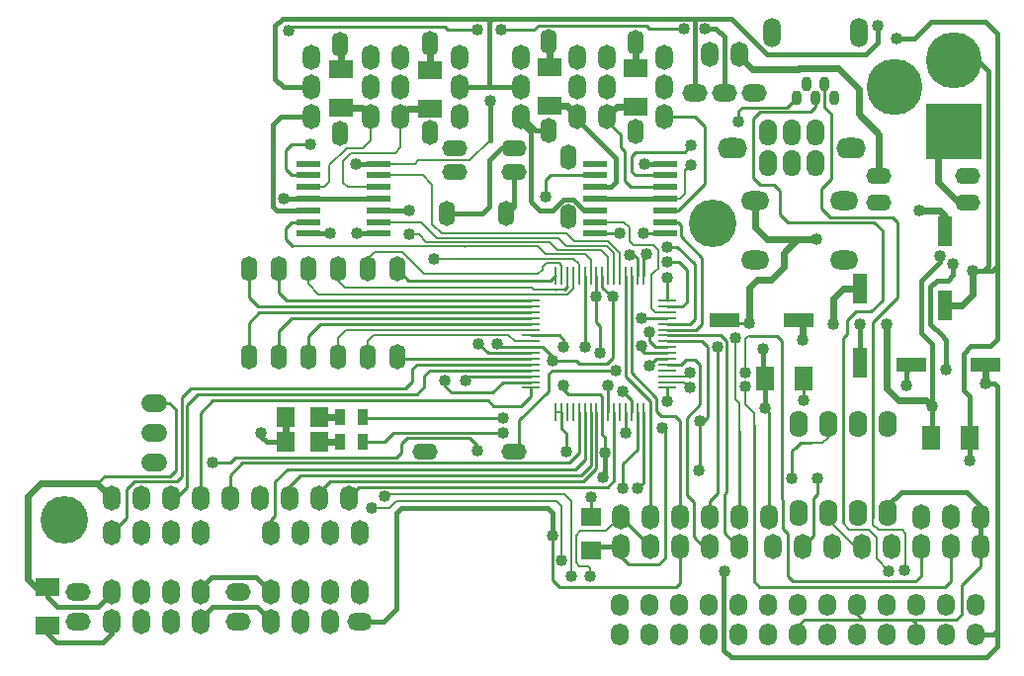
<source format=gtl>
G04 (created by PCBNEW-RS274X (2012-01-19 BZR 3256)-stable) date 13/12/2555 19:20:38*
G01*
G70*
G90*
%MOIN*%
G04 Gerber Fmt 3.4, Leading zero omitted, Abs format*
%FSLAX34Y34*%
G04 APERTURE LIST*
%ADD10C,0.006000*%
%ADD11O,0.060000X0.085000*%
%ADD12C,0.189000*%
%ADD13R,0.189000X0.189000*%
%ADD14R,0.070900X0.062900*%
%ADD15O,0.055000X0.085000*%
%ADD16O,0.085000X0.060000*%
%ADD17O,0.095000X0.064000*%
%ADD18O,0.060000X0.090000*%
%ADD19O,0.100000X0.070000*%
%ADD20O,0.059100X0.100000*%
%ADD21O,0.035400X0.050000*%
%ADD22O,0.085000X0.055000*%
%ADD23R,0.062900X0.070900*%
%ADD24R,0.010000X0.060000*%
%ADD25R,0.060000X0.010000*%
%ADD26R,0.078700X0.019700*%
%ADD27C,0.060000*%
%ADD28O,0.060000X0.075000*%
%ADD29C,0.160000*%
%ADD30O,0.062000X0.090000*%
%ADD31R,0.080000X0.060000*%
%ADD32R,0.060000X0.080000*%
%ADD33R,0.035000X0.055000*%
%ADD34R,0.047200X0.098400*%
%ADD35R,0.098400X0.047200*%
%ADD36C,0.040000*%
%ADD37C,0.015000*%
%ADD38C,0.010000*%
%ADD39C,0.008000*%
%ADD40C,0.024000*%
G04 APERTURE END LIST*
G54D10*
G54D11*
X68100Y-46186D03*
X67100Y-46186D03*
X66100Y-46186D03*
X65100Y-46186D03*
G54D12*
X71218Y-29796D03*
G54D13*
X71218Y-32196D03*
G54D12*
X69218Y-30696D03*
G54D14*
X58955Y-45195D03*
X58955Y-46313D03*
G54D15*
X54113Y-34965D03*
X56113Y-34965D03*
G54D16*
X41678Y-48737D03*
X41678Y-47737D03*
G54D17*
X67501Y-34540D03*
X67501Y-36540D03*
X64501Y-34540D03*
X64501Y-36540D03*
G54D18*
X66549Y-32246D03*
X66549Y-33266D03*
X65749Y-32246D03*
X65749Y-33266D03*
X64949Y-32246D03*
X64949Y-33266D03*
G54D19*
X63749Y-32756D03*
X67749Y-32756D03*
G54D11*
X48186Y-45737D03*
X49186Y-45737D03*
X50186Y-45737D03*
X51186Y-45737D03*
G54D16*
X47064Y-48745D03*
X47064Y-47745D03*
G54D20*
X65083Y-28867D03*
X67996Y-28867D03*
G54D21*
X66854Y-30580D03*
X66224Y-30580D03*
X66539Y-31052D03*
X65909Y-31052D03*
X67169Y-31052D03*
G54D22*
X71678Y-33682D03*
X68678Y-33682D03*
X54365Y-33565D03*
X56365Y-33565D03*
G54D23*
X49795Y-42670D03*
X48677Y-42670D03*
X49794Y-41836D03*
X48676Y-41836D03*
G54D22*
X68666Y-34599D03*
X71666Y-34599D03*
G54D24*
X59743Y-37071D03*
X59548Y-37071D03*
X59353Y-37071D03*
X59153Y-37071D03*
X58958Y-37071D03*
X58763Y-37071D03*
X58563Y-37071D03*
X58368Y-37071D03*
X58173Y-37071D03*
X57973Y-37071D03*
X57778Y-37071D03*
X59743Y-41671D03*
X59548Y-41671D03*
X59353Y-41671D03*
X59153Y-41671D03*
X58958Y-41671D03*
X58763Y-41671D03*
X58563Y-41671D03*
X58368Y-41671D03*
X58173Y-41671D03*
X57973Y-41671D03*
X57778Y-41671D03*
G54D25*
X61553Y-37896D03*
X61553Y-38091D03*
X61553Y-38291D03*
X61553Y-38486D03*
X61553Y-38681D03*
X61553Y-38881D03*
X61553Y-39076D03*
X61553Y-39271D03*
X61553Y-39471D03*
X61553Y-39666D03*
X61553Y-39861D03*
X56953Y-39861D03*
X56953Y-39666D03*
X56953Y-39471D03*
X56953Y-39271D03*
X56953Y-39076D03*
X56953Y-38881D03*
X56953Y-38681D03*
X56953Y-38486D03*
X56953Y-38291D03*
X56953Y-38091D03*
X56953Y-37896D03*
X56953Y-40061D03*
X56953Y-40256D03*
X56953Y-40451D03*
X56953Y-40651D03*
X56953Y-40846D03*
X61553Y-40846D03*
X61553Y-40651D03*
X61553Y-40451D03*
X61553Y-40256D03*
X61553Y-40061D03*
G54D24*
X59943Y-41671D03*
X60138Y-41671D03*
X60333Y-41671D03*
X60533Y-41671D03*
X60728Y-41671D03*
X59943Y-37071D03*
X60138Y-37071D03*
X60333Y-37071D03*
X60533Y-37071D03*
X60728Y-37071D03*
G54D11*
X59521Y-29693D03*
X59521Y-30693D03*
X59521Y-31693D03*
X58521Y-29693D03*
X58521Y-30693D03*
X58521Y-31693D03*
G54D16*
X64470Y-30910D03*
X63470Y-30910D03*
X62470Y-30910D03*
G54D22*
X56385Y-42985D03*
X53385Y-42985D03*
G54D11*
X63960Y-29600D03*
X62960Y-29600D03*
G54D15*
X52423Y-36816D03*
X47423Y-36816D03*
X47423Y-39808D03*
X52423Y-39808D03*
X51423Y-39808D03*
X50423Y-39808D03*
X49423Y-39808D03*
X48423Y-39808D03*
X51423Y-36816D03*
X50423Y-36816D03*
X49423Y-36816D03*
X48423Y-36816D03*
G54D11*
X42804Y-44564D03*
X43804Y-44564D03*
X44804Y-44564D03*
X45804Y-44564D03*
X46804Y-44564D03*
X47804Y-44564D03*
X48804Y-44564D03*
X49804Y-44564D03*
X50804Y-44564D03*
X49533Y-31693D03*
X49533Y-30693D03*
X49533Y-29693D03*
X54540Y-31690D03*
X54540Y-30690D03*
X54540Y-29690D03*
X56603Y-31682D03*
X56603Y-30682D03*
X56603Y-29682D03*
X61422Y-31686D03*
X61422Y-30686D03*
X61422Y-29686D03*
G54D26*
X59096Y-33284D03*
X59095Y-33678D03*
X59095Y-34071D03*
X59095Y-34465D03*
X59095Y-34859D03*
X59095Y-35253D03*
X59095Y-35646D03*
X61458Y-33284D03*
X61458Y-33678D03*
X61458Y-34071D03*
X61458Y-34465D03*
X61458Y-34859D03*
X61458Y-35253D03*
X61458Y-35646D03*
X49434Y-33284D03*
X49433Y-33678D03*
X49433Y-34071D03*
X49433Y-34465D03*
X49433Y-34859D03*
X49433Y-35253D03*
X49433Y-35646D03*
X51796Y-33284D03*
X51796Y-33678D03*
X51796Y-34071D03*
X51796Y-34465D03*
X51796Y-34859D03*
X51796Y-35253D03*
X51796Y-35646D03*
G54D27*
X44112Y-41361D02*
X44362Y-41361D01*
X44112Y-42361D02*
X44362Y-42361D01*
X44112Y-43361D02*
X44362Y-43361D01*
G54D15*
X58217Y-33068D03*
X58217Y-35068D03*
G54D22*
X54376Y-32767D03*
X56376Y-32767D03*
G54D11*
X52537Y-29693D03*
X52537Y-30693D03*
X52537Y-31693D03*
X51537Y-29690D03*
X51537Y-30690D03*
X51537Y-31690D03*
X59962Y-45186D03*
X60962Y-45186D03*
X61962Y-45186D03*
X62962Y-45186D03*
X63962Y-45186D03*
X64962Y-45186D03*
X59962Y-46186D03*
X60962Y-46186D03*
X61962Y-46186D03*
X62962Y-46186D03*
X63962Y-46186D03*
X51186Y-47737D03*
G54D16*
X51186Y-48737D03*
G54D11*
X50186Y-47737D03*
X50186Y-48737D03*
X49186Y-47737D03*
X49186Y-48737D03*
X48186Y-47737D03*
X48186Y-48737D03*
X42800Y-45737D03*
X43800Y-45737D03*
X44800Y-45737D03*
X45800Y-45737D03*
X45800Y-47737D03*
X45800Y-48737D03*
X44800Y-47737D03*
X44800Y-48737D03*
X43800Y-47737D03*
X43800Y-48737D03*
X42800Y-47737D03*
X42800Y-48737D03*
G54D28*
X59949Y-49169D03*
X60949Y-49169D03*
X60949Y-48169D03*
X61949Y-49169D03*
X61949Y-48169D03*
X62949Y-48169D03*
X63949Y-49169D03*
X63949Y-48169D03*
X64949Y-49169D03*
X64949Y-48169D03*
X65949Y-48169D03*
X66949Y-49169D03*
X66949Y-48169D03*
X68949Y-48169D03*
X69949Y-48169D03*
X70949Y-48169D03*
X71949Y-48169D03*
X71949Y-48169D03*
X71949Y-49169D03*
X70949Y-48169D03*
X70949Y-49169D03*
X69949Y-48169D03*
X69949Y-49169D03*
X68949Y-48169D03*
X68949Y-49169D03*
X67949Y-48169D03*
X67949Y-49169D03*
X66949Y-48169D03*
X66949Y-49169D03*
X65949Y-48169D03*
X65949Y-49169D03*
X64949Y-48169D03*
X64949Y-49169D03*
X63949Y-48169D03*
X63949Y-49169D03*
X62949Y-48169D03*
X62949Y-49169D03*
X61949Y-48169D03*
X61949Y-49169D03*
X60949Y-48169D03*
X60949Y-49169D03*
X59949Y-48169D03*
X59949Y-49169D03*
G54D29*
X63068Y-35308D03*
X41218Y-45308D03*
G54D30*
X65974Y-45056D03*
X66974Y-45056D03*
X67974Y-45056D03*
X68974Y-45056D03*
X68974Y-42056D03*
X67974Y-42056D03*
X66974Y-42056D03*
X65974Y-42056D03*
G54D15*
X60470Y-32182D03*
X60470Y-29182D03*
X57552Y-32170D03*
X57552Y-29170D03*
X53544Y-32217D03*
X53544Y-29217D03*
X50509Y-32268D03*
X50509Y-29268D03*
G54D31*
X60474Y-31375D03*
X60474Y-30075D03*
X57564Y-31340D03*
X57564Y-30040D03*
X53540Y-31418D03*
X53540Y-30118D03*
X50540Y-31403D03*
X50540Y-30103D03*
X40627Y-48855D03*
X40627Y-47555D03*
G54D32*
X70442Y-42520D03*
X71742Y-42520D03*
X66135Y-40516D03*
X64835Y-40516D03*
G54D33*
X51266Y-42670D03*
X50516Y-42670D03*
X51266Y-41836D03*
X50516Y-41836D03*
G54D11*
X72100Y-45186D03*
X71100Y-45186D03*
X70100Y-45186D03*
G54D34*
X68029Y-37491D03*
X68029Y-39991D03*
X70918Y-35550D03*
X70918Y-38050D03*
G54D35*
X65968Y-38564D03*
X63468Y-38564D03*
X72279Y-40079D03*
X69779Y-40079D03*
G54D11*
X72097Y-46191D03*
X71097Y-46191D03*
X70097Y-46191D03*
X69097Y-46191D03*
G54D36*
X59546Y-40778D03*
X60926Y-40111D03*
X66136Y-41275D03*
X58954Y-47182D03*
X59266Y-39679D03*
X59153Y-37770D03*
X58152Y-43008D03*
X72282Y-40688D03*
X70484Y-41460D03*
X68640Y-28634D03*
X71182Y-36650D03*
X70943Y-40225D03*
X68944Y-38699D03*
X63459Y-47037D03*
X70726Y-36396D03*
X61554Y-36612D03*
X61554Y-36098D03*
X62351Y-32662D03*
X53660Y-36486D03*
X57430Y-34391D03*
X60659Y-38485D03*
X49510Y-32620D03*
X52852Y-35672D03*
X65754Y-43884D03*
X59926Y-35646D03*
X50181Y-35645D03*
X55561Y-31178D03*
X47848Y-42362D03*
X69611Y-40765D03*
X55796Y-39348D03*
X71749Y-43287D03*
X58045Y-40776D03*
X57672Y-45814D03*
X59446Y-43020D03*
X59378Y-43874D03*
X62633Y-41965D03*
X51053Y-33284D03*
X60760Y-33284D03*
X64315Y-38673D03*
X57661Y-39931D03*
X63944Y-31876D03*
X68030Y-38696D03*
X62604Y-43622D03*
X69260Y-29056D03*
X59716Y-37767D03*
X66558Y-35840D03*
X64772Y-39538D03*
X71851Y-36902D03*
X64836Y-41534D03*
X60847Y-36343D03*
X63848Y-39170D03*
X69020Y-47020D03*
X58304Y-47196D03*
X52008Y-44494D03*
X54752Y-40585D03*
X57980Y-46652D03*
X54042Y-40588D03*
X51584Y-44899D03*
X69540Y-47010D03*
X46192Y-43361D03*
X58763Y-39456D03*
X55130Y-42955D03*
X55992Y-42348D03*
X60137Y-42348D03*
X60044Y-40975D03*
X55994Y-41850D03*
X52853Y-34861D03*
X61376Y-42199D03*
X58049Y-39454D03*
X58955Y-44529D03*
X61553Y-41292D03*
X59791Y-40258D03*
X55184Y-39358D03*
X60660Y-39436D03*
X60932Y-38956D03*
X61553Y-37141D03*
X51072Y-35646D03*
X60740Y-35646D03*
X60539Y-44242D03*
X66592Y-43884D03*
X60288Y-36352D03*
X63235Y-39469D03*
X62300Y-40846D03*
X64175Y-40804D03*
X62300Y-40342D03*
X64176Y-40340D03*
X60054Y-44245D03*
X66114Y-39236D03*
X70038Y-34864D03*
X67145Y-38712D03*
X62352Y-33328D03*
X62107Y-28720D03*
X48602Y-34465D03*
X62800Y-28720D03*
X55145Y-28762D03*
X48755Y-28804D03*
X55931Y-28762D03*
G54D37*
X46187Y-47221D02*
X47670Y-47221D01*
G54D38*
X44956Y-43631D02*
X44765Y-43822D01*
X66135Y-41274D02*
X66136Y-41275D01*
G54D39*
X58607Y-45670D02*
X59478Y-45670D01*
G54D38*
X58152Y-42382D02*
X58152Y-43008D01*
G54D37*
X45800Y-47737D02*
X45800Y-47608D01*
X66135Y-41274D02*
X66136Y-41275D01*
G54D38*
X59153Y-37770D02*
X59153Y-38634D01*
G54D37*
X42800Y-47737D02*
X42800Y-47761D01*
G54D38*
X61176Y-39861D02*
X61553Y-39861D01*
X59546Y-41669D02*
X59548Y-41671D01*
G54D39*
X58460Y-45817D02*
X58607Y-45670D01*
G54D37*
X45800Y-47608D02*
X46187Y-47221D01*
G54D38*
X59153Y-38634D02*
X59266Y-38747D01*
X44765Y-43822D02*
X42576Y-43822D01*
G54D39*
X58574Y-46858D02*
X58460Y-46744D01*
X58871Y-46858D02*
X58574Y-46858D01*
G54D40*
X40627Y-47555D02*
X40249Y-47555D01*
G54D38*
X44237Y-41361D02*
X44744Y-41361D01*
G54D37*
X42324Y-48237D02*
X40966Y-48237D01*
G54D40*
X39981Y-44508D02*
X40410Y-44079D01*
G54D38*
X57973Y-41671D02*
X57973Y-42203D01*
G54D39*
X59478Y-45670D02*
X59962Y-45186D01*
G54D38*
X59266Y-38747D02*
X59266Y-39679D01*
X59153Y-37071D02*
X59153Y-37770D01*
G54D37*
X40966Y-48237D02*
X40627Y-47898D01*
G54D39*
X58954Y-47182D02*
X58954Y-46941D01*
G54D40*
X40249Y-47555D02*
X39981Y-47287D01*
G54D38*
X42576Y-43822D02*
X42319Y-44079D01*
X59546Y-40778D02*
X59546Y-41669D01*
G54D39*
X58954Y-46941D02*
X58871Y-46858D01*
X58460Y-46744D02*
X58460Y-45817D01*
G54D40*
X40410Y-44079D02*
X42319Y-44079D01*
G54D37*
X40627Y-47898D02*
X40627Y-47555D01*
G54D38*
X59962Y-45186D02*
X60962Y-46186D01*
G54D37*
X47670Y-47221D02*
X48186Y-47737D01*
G54D38*
X44744Y-41361D02*
X44956Y-41573D01*
G54D37*
X66135Y-41272D02*
X66135Y-41274D01*
X42800Y-47761D02*
X42324Y-48237D01*
G54D40*
X39981Y-47287D02*
X39981Y-44508D01*
G54D38*
X44956Y-41573D02*
X44956Y-43631D01*
X66135Y-41272D02*
X66135Y-40516D01*
G54D39*
X57778Y-41671D02*
X57973Y-41671D01*
G54D38*
X61176Y-39861D02*
X60926Y-40111D01*
G54D40*
X42319Y-44079D02*
X42804Y-44564D01*
G54D38*
X57973Y-42203D02*
X58152Y-42382D01*
G54D37*
X54540Y-30690D02*
X55507Y-30690D01*
X62539Y-28387D02*
X62235Y-28387D01*
X70943Y-40225D02*
X70943Y-39223D01*
X55507Y-30690D02*
X55550Y-30690D01*
X49533Y-30693D02*
X48594Y-30693D01*
X63695Y-49945D02*
X63441Y-49691D01*
X72682Y-49016D02*
X72682Y-49559D01*
X72564Y-40688D02*
X72282Y-40688D01*
X72680Y-40804D02*
X72564Y-40688D01*
X70994Y-37216D02*
X70643Y-37216D01*
G54D40*
X68946Y-38701D02*
X68946Y-40875D01*
G54D37*
X70943Y-39223D02*
X70799Y-39079D01*
X62235Y-28387D02*
X62065Y-28387D01*
X55507Y-30690D02*
X56595Y-30690D01*
X56595Y-30690D02*
X56603Y-30682D01*
X70726Y-36603D02*
X70100Y-37229D01*
X63697Y-28387D02*
X62539Y-28387D01*
X70484Y-39369D02*
X70484Y-41460D01*
G54D40*
X69324Y-41253D02*
X70277Y-41253D01*
X68944Y-38699D02*
X68946Y-38701D01*
G54D37*
X68226Y-29610D02*
X64920Y-29610D01*
G54D40*
X70277Y-41253D02*
X70484Y-41460D01*
G54D37*
X70417Y-38697D02*
X70799Y-39079D01*
X70484Y-41460D02*
X70484Y-42478D01*
X70726Y-36396D02*
X70726Y-36603D01*
X71182Y-37028D02*
X70994Y-37216D01*
G54D38*
X72282Y-40688D02*
X72564Y-40688D01*
G54D37*
X70100Y-37381D02*
X70100Y-38985D01*
G54D38*
X72564Y-40688D02*
X72682Y-40806D01*
G54D37*
X72680Y-47700D02*
X72682Y-47700D01*
G54D38*
X72682Y-47700D02*
X72682Y-49016D01*
G54D37*
X48320Y-28642D02*
X48575Y-28387D01*
X71182Y-36650D02*
X71182Y-37028D01*
X62470Y-30910D02*
X62470Y-28456D01*
X70100Y-38985D02*
X70484Y-39369D01*
X72296Y-49945D02*
X63695Y-49945D01*
X48320Y-30419D02*
X48320Y-28642D01*
X63441Y-49691D02*
X63441Y-47055D01*
X63441Y-47055D02*
X63459Y-47037D01*
X72682Y-49559D02*
X72296Y-49945D01*
X68640Y-28634D02*
X68642Y-28634D01*
X72680Y-47700D02*
X72680Y-40804D01*
X55550Y-28468D02*
X55631Y-28387D01*
X55550Y-30690D02*
X55550Y-28468D01*
X64920Y-29610D02*
X63697Y-28387D01*
X48594Y-30693D02*
X48320Y-30419D01*
X55631Y-28387D02*
X49030Y-28387D01*
X72529Y-49169D02*
X72680Y-49018D01*
G54D40*
X68946Y-40875D02*
X69324Y-41253D01*
G54D37*
X62470Y-28456D02*
X62539Y-28387D01*
G54D40*
X72279Y-40079D02*
X72279Y-40685D01*
G54D38*
X72682Y-49016D02*
X72529Y-49169D01*
G54D40*
X72279Y-40685D02*
X72282Y-40688D01*
G54D37*
X70484Y-42478D02*
X70442Y-42520D01*
X72680Y-49018D02*
X72680Y-47700D01*
X71949Y-49169D02*
X72529Y-49169D01*
X48575Y-28387D02*
X49030Y-28387D01*
G54D38*
X72682Y-40806D02*
X72682Y-47700D01*
G54D37*
X70417Y-37442D02*
X70417Y-38697D01*
X68642Y-28634D02*
X68642Y-29194D01*
X62065Y-28387D02*
X55631Y-28387D01*
X70643Y-37216D02*
X70417Y-37442D01*
X68642Y-29194D02*
X68226Y-29610D01*
X70100Y-37229D02*
X70100Y-37381D01*
G54D38*
X62053Y-38091D02*
X61553Y-38091D01*
X62192Y-37952D02*
X62053Y-38091D01*
X61939Y-36612D02*
X62192Y-36865D01*
X62192Y-36865D02*
X62192Y-37952D01*
X62053Y-38091D02*
X61553Y-38091D01*
X61554Y-36612D02*
X61939Y-36612D01*
X62314Y-38681D02*
X61553Y-38681D01*
X60460Y-33678D02*
X60332Y-33550D01*
X60332Y-33550D02*
X60332Y-33019D01*
X62456Y-36669D02*
X62456Y-38539D01*
X61526Y-32880D02*
X62133Y-32880D01*
X60332Y-33019D02*
X60471Y-32880D01*
X62456Y-38539D02*
X62314Y-38681D01*
X61458Y-33678D02*
X60460Y-33678D01*
X61554Y-36098D02*
X61885Y-36098D01*
X62314Y-38681D02*
X61553Y-38681D01*
X61885Y-36098D02*
X62456Y-36669D01*
X62133Y-32880D02*
X62351Y-32662D01*
X61526Y-32880D02*
X61615Y-32880D01*
X60471Y-32880D02*
X61526Y-32880D01*
G54D39*
X51796Y-33678D02*
X53314Y-33678D01*
X59373Y-35908D02*
X59550Y-35908D01*
X59943Y-37071D02*
X59943Y-36301D01*
X53620Y-33984D02*
X53620Y-34928D01*
X59410Y-35908D02*
X59491Y-35908D01*
X53620Y-35321D02*
X53620Y-34928D01*
X53942Y-35643D02*
X53620Y-35321D01*
X53314Y-33678D02*
X53620Y-33984D01*
X59943Y-36301D02*
X59550Y-35908D01*
X59491Y-35908D02*
X59550Y-35908D01*
X58408Y-35908D02*
X59373Y-35908D01*
X59550Y-35908D02*
X59943Y-36301D01*
X58143Y-35643D02*
X53942Y-35643D01*
X58143Y-35643D02*
X58408Y-35908D01*
X51628Y-39052D02*
X51423Y-39257D01*
X51423Y-39257D02*
X51423Y-39808D01*
X56186Y-39052D02*
X51628Y-39052D01*
X56953Y-39271D02*
X56405Y-39271D01*
X56405Y-39271D02*
X56186Y-39052D01*
G54D38*
X47423Y-38657D02*
X47423Y-39808D01*
X56017Y-38291D02*
X56015Y-38293D01*
X47787Y-38293D02*
X47423Y-38657D01*
X56953Y-38291D02*
X56017Y-38291D01*
X56015Y-38293D02*
X47787Y-38293D01*
G54D39*
X58182Y-37686D02*
X58368Y-37500D01*
X50800Y-37686D02*
X50892Y-37686D01*
X49423Y-37338D02*
X49771Y-37686D01*
X49771Y-37686D02*
X50800Y-37686D01*
X58368Y-37500D02*
X58368Y-37071D01*
X50892Y-37686D02*
X50914Y-37686D01*
X50800Y-37686D02*
X58182Y-37686D01*
X49423Y-36816D02*
X49423Y-37338D01*
X57332Y-36856D02*
X57332Y-36772D01*
X57892Y-36642D02*
X57668Y-36642D01*
X57668Y-36642D02*
X57654Y-36642D01*
X51423Y-36507D02*
X51672Y-36258D01*
X57973Y-37071D02*
X57973Y-36723D01*
X51423Y-36816D02*
X51423Y-36507D01*
X51672Y-36258D02*
X52598Y-36258D01*
X57332Y-36772D02*
X57462Y-36642D01*
X57973Y-36723D02*
X57892Y-36642D01*
X57462Y-36642D02*
X57668Y-36642D01*
X53346Y-37006D02*
X57182Y-37006D01*
X57182Y-37006D02*
X57332Y-36856D01*
X52598Y-36258D02*
X53346Y-37006D01*
G54D38*
X56953Y-39861D02*
X52476Y-39861D01*
X52476Y-39861D02*
X52423Y-39808D01*
X49849Y-38681D02*
X49423Y-39107D01*
X56953Y-38681D02*
X56027Y-38681D01*
X49423Y-39107D02*
X49423Y-39808D01*
X56027Y-38681D02*
X49849Y-38681D01*
X56085Y-38486D02*
X56084Y-38487D01*
X56120Y-38486D02*
X56085Y-38486D01*
X48423Y-38927D02*
X48423Y-39808D01*
X48864Y-38486D02*
X48423Y-38927D01*
X56953Y-38486D02*
X56120Y-38486D01*
X56120Y-38486D02*
X48864Y-38486D01*
X47731Y-38091D02*
X47423Y-37783D01*
X47423Y-37783D02*
X47423Y-36816D01*
X55981Y-38091D02*
X47731Y-38091D01*
X55981Y-38091D02*
X55979Y-38089D01*
X56953Y-38091D02*
X55981Y-38091D01*
X55981Y-38091D02*
X55981Y-38091D01*
G54D39*
X56978Y-37465D02*
X57038Y-37525D01*
X50423Y-37233D02*
X50655Y-37465D01*
X58173Y-37071D02*
X58173Y-37437D01*
X50423Y-36816D02*
X50423Y-37233D01*
X57038Y-37525D02*
X57758Y-37525D01*
X58085Y-37525D02*
X57758Y-37525D01*
G54D38*
X57758Y-37525D02*
X57755Y-37525D01*
X58173Y-37437D02*
X58085Y-37525D01*
G54D39*
X50655Y-37465D02*
X56978Y-37465D01*
G54D38*
X52423Y-36816D02*
X52423Y-36843D01*
X57612Y-37237D02*
X57778Y-37071D01*
X52817Y-37237D02*
X57612Y-37237D01*
X52423Y-36843D02*
X52817Y-37237D01*
G54D39*
X55983Y-38881D02*
X50699Y-38881D01*
X56953Y-38881D02*
X55983Y-38881D01*
X50699Y-38881D02*
X50423Y-39157D01*
X50423Y-39157D02*
X50423Y-39808D01*
G54D38*
X55976Y-37896D02*
X48696Y-37896D01*
X48423Y-37623D02*
X48423Y-36816D01*
X48696Y-37896D02*
X48423Y-37623D01*
X55973Y-37896D02*
X55972Y-37897D01*
X55976Y-37896D02*
X55973Y-37896D01*
X56953Y-37896D02*
X55976Y-37896D01*
G54D39*
X58563Y-36667D02*
X58382Y-36486D01*
X58382Y-36486D02*
X53660Y-36486D01*
X58563Y-37071D02*
X58563Y-36667D01*
G54D38*
X53660Y-36486D02*
X53662Y-36486D01*
X53662Y-36486D02*
X53660Y-36486D01*
X62715Y-36461D02*
X61996Y-35742D01*
X61553Y-38881D02*
X62516Y-38881D01*
X62516Y-38881D02*
X62715Y-38682D01*
X61996Y-35350D02*
X61899Y-35253D01*
X61899Y-35253D02*
X61458Y-35253D01*
X61996Y-35742D02*
X61996Y-35350D01*
X62715Y-38682D02*
X62715Y-36461D01*
G54D39*
X61143Y-38291D02*
X61016Y-38164D01*
X61016Y-38164D02*
X61016Y-37029D01*
X59723Y-35253D02*
X59095Y-35253D01*
X61078Y-36036D02*
X61226Y-36184D01*
X61226Y-36184D02*
X61226Y-36819D01*
X60260Y-35434D02*
X60260Y-35902D01*
X60594Y-36036D02*
X60845Y-36036D01*
X60079Y-35253D02*
X60260Y-35434D01*
X59723Y-35253D02*
X60079Y-35253D01*
X61553Y-38291D02*
X61143Y-38291D01*
X60845Y-36036D02*
X61078Y-36036D01*
X61226Y-36819D02*
X61169Y-36876D01*
X61016Y-37029D02*
X61169Y-36876D01*
X60394Y-36036D02*
X60594Y-36036D01*
X60260Y-35902D02*
X60394Y-36036D01*
G54D38*
X57430Y-33838D02*
X57590Y-33678D01*
X60660Y-38486D02*
X61553Y-38486D01*
X57430Y-34077D02*
X57430Y-33838D01*
X57430Y-34077D02*
X57430Y-34391D01*
G54D37*
X59095Y-33678D02*
X58755Y-33678D01*
G54D38*
X60660Y-38486D02*
X60659Y-38485D01*
X59095Y-33678D02*
X58143Y-33678D01*
X57590Y-33678D02*
X58143Y-33678D01*
G54D39*
X59743Y-37071D02*
X59743Y-36301D01*
X59743Y-36301D02*
X59492Y-36050D01*
X53762Y-35785D02*
X53230Y-35253D01*
X53230Y-35253D02*
X51796Y-35253D01*
X59492Y-36050D02*
X58129Y-36050D01*
X58129Y-36050D02*
X57864Y-35785D01*
X57864Y-35785D02*
X53762Y-35785D01*
G54D38*
X48864Y-35253D02*
X49433Y-35253D01*
G54D39*
X58761Y-36344D02*
X57439Y-36344D01*
G54D38*
X48656Y-35815D02*
X48656Y-35461D01*
X54694Y-36069D02*
X54691Y-36069D01*
G54D39*
X58958Y-36541D02*
X58761Y-36344D01*
G54D38*
X48910Y-36069D02*
X48656Y-35815D01*
G54D39*
X54694Y-36069D02*
X48910Y-36069D01*
X58958Y-37071D02*
X58958Y-36541D01*
X57439Y-36344D02*
X57164Y-36069D01*
G54D38*
X48656Y-35461D02*
X48864Y-35253D01*
G54D39*
X57164Y-36069D02*
X54694Y-36069D01*
G54D38*
X49296Y-32620D02*
X48870Y-32620D01*
X49296Y-32620D02*
X49510Y-32620D01*
G54D39*
X59548Y-37071D02*
X59548Y-36420D01*
X53415Y-35927D02*
X53160Y-35672D01*
X57847Y-36192D02*
X57582Y-35927D01*
X59548Y-36420D02*
X59320Y-36192D01*
G54D38*
X48868Y-33678D02*
X49433Y-33678D01*
G54D39*
X59320Y-36192D02*
X57847Y-36192D01*
X53160Y-35672D02*
X52852Y-35672D01*
X57582Y-35927D02*
X53415Y-35927D01*
G54D38*
X48870Y-32620D02*
X48660Y-32830D01*
X48660Y-33470D02*
X48868Y-33678D01*
X48660Y-32830D02*
X48660Y-33470D01*
X65754Y-42979D02*
X66022Y-42711D01*
G54D39*
X66974Y-42056D02*
X66974Y-42523D01*
X66974Y-42523D02*
X66785Y-42712D01*
X66403Y-42712D02*
X66404Y-42711D01*
G54D38*
X66404Y-42711D02*
X66022Y-42711D01*
G54D39*
X66785Y-42712D02*
X66403Y-42712D01*
G54D38*
X66022Y-42711D02*
X65861Y-42872D01*
X65754Y-43884D02*
X65754Y-42979D01*
X56953Y-40846D02*
X56953Y-41120D01*
X56953Y-41120D02*
X56616Y-41457D01*
X45804Y-41680D02*
X46216Y-41268D01*
X46216Y-41268D02*
X55489Y-41268D01*
X45804Y-44564D02*
X45804Y-43078D01*
X55678Y-41457D02*
X55489Y-41268D01*
X45804Y-43078D02*
X45804Y-41680D01*
X56616Y-41457D02*
X55678Y-41457D01*
X49804Y-44564D02*
X49804Y-44347D01*
X50162Y-43989D02*
X58718Y-43989D01*
X58718Y-43989D02*
X59153Y-43554D01*
X49804Y-44347D02*
X50162Y-43989D01*
X59153Y-43554D02*
X59153Y-41671D01*
X45005Y-43995D02*
X45163Y-43837D01*
X43561Y-43995D02*
X45005Y-43995D01*
X45163Y-42519D02*
X45163Y-43677D01*
X45163Y-41170D02*
X45460Y-40873D01*
X56953Y-40061D02*
X55838Y-40061D01*
X55838Y-40061D02*
X53090Y-40061D01*
X43296Y-44341D02*
X43296Y-44260D01*
X43296Y-45241D02*
X42800Y-45737D01*
X52949Y-40636D02*
X52712Y-40873D01*
X43296Y-44260D02*
X43561Y-43995D01*
X45460Y-40873D02*
X52712Y-40873D01*
X52949Y-40202D02*
X52949Y-40636D01*
X45163Y-42519D02*
X45163Y-41170D01*
X43296Y-44341D02*
X43296Y-45241D01*
X53090Y-40061D02*
X52949Y-40202D01*
X45163Y-43837D02*
X45163Y-43677D01*
X44804Y-44564D02*
X44985Y-44564D01*
X45340Y-42810D02*
X45340Y-41432D01*
X53354Y-40795D02*
X53090Y-41059D01*
X45340Y-44209D02*
X45340Y-42810D01*
X55963Y-40256D02*
X53530Y-40256D01*
X55963Y-40256D02*
X56953Y-40256D01*
X53354Y-40432D02*
X53354Y-40795D01*
X45340Y-41432D02*
X45713Y-41059D01*
X53530Y-40256D02*
X53354Y-40432D01*
X44985Y-44564D02*
X45340Y-44209D01*
X45713Y-41059D02*
X53090Y-41059D01*
X47217Y-43379D02*
X58229Y-43379D01*
X46804Y-43792D02*
X47217Y-43379D01*
X58563Y-43045D02*
X58563Y-41671D01*
X58229Y-43379D02*
X58563Y-43045D01*
X46804Y-44564D02*
X46804Y-43792D01*
X48730Y-43583D02*
X58430Y-43583D01*
X58763Y-43250D02*
X58763Y-41671D01*
X48304Y-45174D02*
X48304Y-44009D01*
X48186Y-45737D02*
X48186Y-45292D01*
X48186Y-45292D02*
X48304Y-45174D01*
X58430Y-43583D02*
X58763Y-43250D01*
X48304Y-44009D02*
X48730Y-43583D01*
X49175Y-43792D02*
X58627Y-43792D01*
X58958Y-43461D02*
X58958Y-41671D01*
X58627Y-43792D02*
X58958Y-43461D01*
X48804Y-44163D02*
X49175Y-43792D01*
X48804Y-44564D02*
X48804Y-44163D01*
X51614Y-44190D02*
X59243Y-44190D01*
X51153Y-44190D02*
X51614Y-44190D01*
X50804Y-44564D02*
X50804Y-44539D01*
X59743Y-43979D02*
X59743Y-43723D01*
X50804Y-44539D02*
X51153Y-44190D01*
X59532Y-44190D02*
X59743Y-43979D01*
X59743Y-41671D02*
X59743Y-43723D01*
X59243Y-44190D02*
X59532Y-44190D01*
X57661Y-39798D02*
X57334Y-39471D01*
X58457Y-39932D02*
X57662Y-39932D01*
G54D37*
X40627Y-48855D02*
X40627Y-49115D01*
X68029Y-38697D02*
X68030Y-38696D01*
G54D38*
X59926Y-35646D02*
X59095Y-35646D01*
X59353Y-42414D02*
X59353Y-41671D01*
G54D40*
X65460Y-36290D02*
X65460Y-36770D01*
G54D38*
X59446Y-42507D02*
X59353Y-42414D01*
G54D37*
X72371Y-36725D02*
X72194Y-36902D01*
X46213Y-48245D02*
X47694Y-48245D01*
X72371Y-36582D02*
X72371Y-36725D01*
G54D38*
X56953Y-39471D02*
X55919Y-39471D01*
G54D37*
X50180Y-35646D02*
X50181Y-35645D01*
X72423Y-39445D02*
X71766Y-39445D01*
G54D40*
X70918Y-38050D02*
X71488Y-38050D01*
G54D37*
X71742Y-43280D02*
X71742Y-42520D01*
X69611Y-40296D02*
X69611Y-40765D01*
G54D38*
X71460Y-48480D02*
X71460Y-47500D01*
X71460Y-47500D02*
X72097Y-46863D01*
X57662Y-39932D02*
X57661Y-39931D01*
X61962Y-47282D02*
X61962Y-47418D01*
X61962Y-47418D02*
X61828Y-47552D01*
X59502Y-40038D02*
X59716Y-39824D01*
X71274Y-48666D02*
X71460Y-48480D01*
G54D39*
X51796Y-33284D02*
X53034Y-33284D01*
G54D38*
X61828Y-47552D02*
X57894Y-47552D01*
X59353Y-41142D02*
X59353Y-41671D01*
X65949Y-49169D02*
X65949Y-48873D01*
G54D37*
X57304Y-44894D02*
X57316Y-44894D01*
G54D38*
X56953Y-39471D02*
X57334Y-39471D01*
X57894Y-47552D02*
X57672Y-47330D01*
G54D40*
X64315Y-37451D02*
X64312Y-37448D01*
G54D38*
X69810Y-48666D02*
X71274Y-48666D01*
X72097Y-46863D02*
X72097Y-46191D01*
X57661Y-39798D02*
X57661Y-39931D01*
G54D37*
X72682Y-36718D02*
X72682Y-37283D01*
X69779Y-40128D02*
X69611Y-40296D01*
X69779Y-40079D02*
X69779Y-40128D01*
X40938Y-49426D02*
X42493Y-49426D01*
G54D38*
X59020Y-40038D02*
X58578Y-40038D01*
G54D37*
X72006Y-29796D02*
X72371Y-30161D01*
G54D40*
X65460Y-36770D02*
X65050Y-37180D01*
G54D37*
X57496Y-44894D02*
X57672Y-45070D01*
X59446Y-43806D02*
X59378Y-43874D01*
G54D38*
X68130Y-48666D02*
X69810Y-48666D01*
G54D40*
X66558Y-35840D02*
X65910Y-35840D01*
G54D38*
X59716Y-39824D02*
X59716Y-37767D01*
G54D37*
X52412Y-48282D02*
X52412Y-45058D01*
X59446Y-43020D02*
X59446Y-43806D01*
G54D38*
X59020Y-40038D02*
X59502Y-40038D01*
X69949Y-48805D02*
X69949Y-49169D01*
G54D40*
X65050Y-37180D02*
X64580Y-37180D01*
G54D38*
X58045Y-40776D02*
X58045Y-40880D01*
X59353Y-37071D02*
X59353Y-37457D01*
G54D37*
X71742Y-43280D02*
X71749Y-43287D01*
X72371Y-30161D02*
X72371Y-36582D01*
X72682Y-39186D02*
X72423Y-39445D01*
G54D38*
X69810Y-48666D02*
X69949Y-48805D01*
G54D40*
X48676Y-42669D02*
X48677Y-42670D01*
G54D38*
X62891Y-41845D02*
X62771Y-41965D01*
G54D40*
X64580Y-37180D02*
X64312Y-37448D01*
G54D37*
X45800Y-48737D02*
X45800Y-48658D01*
G54D38*
X58472Y-39932D02*
X58457Y-39932D01*
G54D37*
X42800Y-49119D02*
X42800Y-48737D01*
X72682Y-37283D02*
X72682Y-39186D01*
G54D38*
X63577Y-38673D02*
X63468Y-38564D01*
G54D39*
X68100Y-46186D02*
X67876Y-46186D01*
X67876Y-46186D02*
X66974Y-45284D01*
X66974Y-45284D02*
X66974Y-45056D01*
G54D37*
X52576Y-44894D02*
X57304Y-44894D01*
G54D38*
X58578Y-40038D02*
X58472Y-39932D01*
G54D37*
X51053Y-33284D02*
X51796Y-33284D01*
G54D38*
X59663Y-37767D02*
X59716Y-37767D01*
X67949Y-48485D02*
X68130Y-48666D01*
G54D40*
X65910Y-35840D02*
X65460Y-36290D01*
G54D38*
X67949Y-48169D02*
X67949Y-48485D01*
G54D37*
X48035Y-42670D02*
X47848Y-42483D01*
X71851Y-36902D02*
X72194Y-36902D01*
X72194Y-36902D02*
X72301Y-36902D01*
X48677Y-42670D02*
X48035Y-42670D01*
G54D38*
X55919Y-39471D02*
X55796Y-39348D01*
G54D37*
X52412Y-45058D02*
X52576Y-44894D01*
G54D39*
X53150Y-33168D02*
X54880Y-33168D01*
G54D38*
X64315Y-38673D02*
X63577Y-38673D01*
X62771Y-41965D02*
X62633Y-41965D01*
G54D37*
X55561Y-31178D02*
X55561Y-32487D01*
G54D38*
X62702Y-39271D02*
X62891Y-39460D01*
G54D37*
X70583Y-28501D02*
X70424Y-28501D01*
G54D39*
X53034Y-33284D02*
X53150Y-33168D01*
G54D37*
X68029Y-39991D02*
X68029Y-38697D01*
G54D38*
X63944Y-31510D02*
X63944Y-31876D01*
X62891Y-39460D02*
X62891Y-41845D01*
X64295Y-31383D02*
X65578Y-31383D01*
G54D40*
X66557Y-35840D02*
X66558Y-35840D01*
X64501Y-35441D02*
X64501Y-34540D01*
G54D37*
X70583Y-28501D02*
X71920Y-28501D01*
X70424Y-28501D02*
X69869Y-29056D01*
G54D38*
X62633Y-41965D02*
X62633Y-43593D01*
G54D37*
X60760Y-33284D02*
X61458Y-33284D01*
X72274Y-28501D02*
X72682Y-28909D01*
G54D40*
X71488Y-38050D02*
X71851Y-37687D01*
X64900Y-35840D02*
X64501Y-35441D01*
G54D37*
X64772Y-40453D02*
X64835Y-40516D01*
X71742Y-42520D02*
X71742Y-41136D01*
X71528Y-40922D02*
X71528Y-39683D01*
X71528Y-39683D02*
X71766Y-39445D01*
G54D38*
X64295Y-31383D02*
X64071Y-31383D01*
X66156Y-48666D02*
X68130Y-48666D01*
G54D37*
X72100Y-45186D02*
X72100Y-44820D01*
X68974Y-44806D02*
X68974Y-45056D01*
X69430Y-44350D02*
X68974Y-44806D01*
X71630Y-44350D02*
X69430Y-44350D01*
X72194Y-36902D02*
X72498Y-36902D01*
G54D40*
X66558Y-35840D02*
X64900Y-35840D01*
G54D37*
X71742Y-41136D02*
X71528Y-40922D01*
X72100Y-44820D02*
X71630Y-44350D01*
X72498Y-36902D02*
X72682Y-36718D01*
X72100Y-45186D02*
X72100Y-46188D01*
G54D38*
X64071Y-31383D02*
X63944Y-31510D01*
X65578Y-31383D02*
X65909Y-31052D01*
G54D37*
X71920Y-28501D02*
X72274Y-28501D01*
X64772Y-39538D02*
X64772Y-40453D01*
X69869Y-29056D02*
X69260Y-29056D01*
X57672Y-45070D02*
X57672Y-45814D01*
X57304Y-44894D02*
X57496Y-44894D01*
G54D40*
X71851Y-37687D02*
X71851Y-36902D01*
X48676Y-41836D02*
X48676Y-42669D01*
G54D37*
X51957Y-48737D02*
X52412Y-48282D01*
X51186Y-48737D02*
X51957Y-48737D01*
G54D38*
X59260Y-41049D02*
X59353Y-41142D01*
X58214Y-41049D02*
X59260Y-41049D01*
X62633Y-43593D02*
X62604Y-43622D01*
X59353Y-37457D02*
X59663Y-37767D01*
X64836Y-40517D02*
X64835Y-40516D01*
G54D37*
X49434Y-35645D02*
X49433Y-35646D01*
X72682Y-28909D02*
X72682Y-36718D01*
G54D38*
X58045Y-40880D02*
X58214Y-41049D01*
G54D37*
X47694Y-48245D02*
X48186Y-48737D01*
X64836Y-41534D02*
X64836Y-40517D01*
G54D38*
X57672Y-47330D02*
X57672Y-47037D01*
G54D37*
X72100Y-46188D02*
X72097Y-46191D01*
X47848Y-42483D02*
X47848Y-42362D01*
X71218Y-29796D02*
X72006Y-29796D01*
G54D38*
X61553Y-39271D02*
X62702Y-39271D01*
G54D39*
X54880Y-33168D02*
X55561Y-32487D01*
G54D38*
X59446Y-43020D02*
X59446Y-42507D01*
G54D40*
X68044Y-39976D02*
X68029Y-39991D01*
G54D38*
X65949Y-48873D02*
X66156Y-48666D01*
G54D37*
X50180Y-35646D02*
X50181Y-35645D01*
G54D38*
X64962Y-45186D02*
X64962Y-41660D01*
G54D37*
X40627Y-49115D02*
X40938Y-49426D01*
G54D38*
X61962Y-46186D02*
X61962Y-47282D01*
G54D37*
X50181Y-35645D02*
X49434Y-35645D01*
G54D38*
X64772Y-40453D02*
X64835Y-40516D01*
X64962Y-41660D02*
X64836Y-41534D01*
G54D37*
X42493Y-49426D02*
X42800Y-49119D01*
G54D40*
X66558Y-35840D02*
X66557Y-35840D01*
G54D37*
X64836Y-40517D02*
X64835Y-40516D01*
G54D38*
X57672Y-47037D02*
X57672Y-45814D01*
G54D37*
X45800Y-48658D02*
X46213Y-48245D01*
G54D40*
X64315Y-38673D02*
X64315Y-37451D01*
G54D38*
X60728Y-36600D02*
X60728Y-36462D01*
X60728Y-36462D02*
X60847Y-36343D01*
X63962Y-42287D02*
X63962Y-45186D01*
G54D39*
X63847Y-39171D02*
X63848Y-39170D01*
X63962Y-41353D02*
X63847Y-41238D01*
X63847Y-41238D02*
X63847Y-39171D01*
X63962Y-42287D02*
X63962Y-41353D01*
G54D38*
X60728Y-37071D02*
X60728Y-36600D01*
X60728Y-36600D02*
X60728Y-36581D01*
G54D39*
X68590Y-46590D02*
X69020Y-47020D01*
X68590Y-46520D02*
X68590Y-46590D01*
G54D38*
X64427Y-33747D02*
X64427Y-31771D01*
X67460Y-41692D02*
X67460Y-39166D01*
X65591Y-35254D02*
X65340Y-35003D01*
G54D39*
X68522Y-45817D02*
X68525Y-45820D01*
X67690Y-45637D02*
X68342Y-45637D01*
X68342Y-45637D02*
X68590Y-45885D01*
X68590Y-45885D02*
X68590Y-46520D01*
X52199Y-44416D02*
X58067Y-44416D01*
X52121Y-44494D02*
X52199Y-44416D01*
G54D38*
X64427Y-31771D02*
X64673Y-31525D01*
X66539Y-31369D02*
X66539Y-31052D01*
X64660Y-33980D02*
X64427Y-33747D01*
X64673Y-31525D02*
X66383Y-31525D01*
X68792Y-36799D02*
X68792Y-36274D01*
G54D39*
X67685Y-45637D02*
X67690Y-45637D01*
X67460Y-45412D02*
X67685Y-45637D01*
X52008Y-44494D02*
X52121Y-44494D01*
X58067Y-44416D02*
X58304Y-44653D01*
X68342Y-45637D02*
X68522Y-45817D01*
X67460Y-45391D02*
X67460Y-45412D01*
G54D38*
X67460Y-39166D02*
X67594Y-39032D01*
G54D39*
X58304Y-44653D02*
X58304Y-46602D01*
X58304Y-46602D02*
X58304Y-47196D01*
G54D38*
X67460Y-41692D02*
X67462Y-41690D01*
X65340Y-35003D02*
X65340Y-34190D01*
X68406Y-38276D02*
X68792Y-37890D01*
X56953Y-40451D02*
X54886Y-40451D01*
X68792Y-35536D02*
X68510Y-35254D01*
X66383Y-31525D02*
X66539Y-31369D01*
X67460Y-45066D02*
X67460Y-45034D01*
X67594Y-39032D02*
X67594Y-38577D01*
X65130Y-33980D02*
X64660Y-33980D01*
X68510Y-35254D02*
X65591Y-35254D01*
X67895Y-38276D02*
X68406Y-38276D01*
X67594Y-38577D02*
X67895Y-38276D01*
X54886Y-40451D02*
X54752Y-40585D01*
X65340Y-34190D02*
X65130Y-33980D01*
X67460Y-45214D02*
X67460Y-45066D01*
X67460Y-45214D02*
X67460Y-45391D01*
X68792Y-36274D02*
X68792Y-35536D01*
X68792Y-37890D02*
X68792Y-36799D01*
X67460Y-45391D02*
X67460Y-45403D01*
X67460Y-45066D02*
X67460Y-41692D01*
X55995Y-40651D02*
X56953Y-40651D01*
G54D39*
X69580Y-45760D02*
X69580Y-46970D01*
X69460Y-45640D02*
X69580Y-45760D01*
X52177Y-44899D02*
X51584Y-44899D01*
X57980Y-44842D02*
X57806Y-44668D01*
G54D38*
X55995Y-40651D02*
X55635Y-41011D01*
X69319Y-37797D02*
X69319Y-36763D01*
G54D39*
X57806Y-44668D02*
X52408Y-44668D01*
X69580Y-46970D02*
X69540Y-47010D01*
G54D38*
X54269Y-41011D02*
X54465Y-41011D01*
G54D39*
X57980Y-46014D02*
X57980Y-46652D01*
X52408Y-44668D02*
X52177Y-44899D01*
G54D38*
X54042Y-40588D02*
X54042Y-40784D01*
X54042Y-40784D02*
X54269Y-41011D01*
G54D39*
X68980Y-45640D02*
X69460Y-45640D01*
G54D38*
X67042Y-35112D02*
X69152Y-35112D01*
X69152Y-35112D02*
X69319Y-35279D01*
X68477Y-41756D02*
X68479Y-41754D01*
X66854Y-30580D02*
X66854Y-31384D01*
X69319Y-35989D02*
X69319Y-36763D01*
X68477Y-38639D02*
X68477Y-41800D01*
X66730Y-34130D02*
X66730Y-34513D01*
X67080Y-33780D02*
X66730Y-34130D01*
X69319Y-35279D02*
X69319Y-35989D01*
X66730Y-34513D02*
X66730Y-34800D01*
G54D39*
X57980Y-46014D02*
X57980Y-44842D01*
G54D38*
X68477Y-45237D02*
X68477Y-45163D01*
G54D39*
X68660Y-45640D02*
X68477Y-45457D01*
X69360Y-45640D02*
X68980Y-45640D01*
X68980Y-45640D02*
X68660Y-45640D01*
X68477Y-45237D02*
X68477Y-45457D01*
G54D38*
X68477Y-45163D02*
X68477Y-45055D01*
X68477Y-41800D02*
X68477Y-45055D01*
X67080Y-31610D02*
X67080Y-33780D01*
X68477Y-41800D02*
X68477Y-41756D01*
X68477Y-38639D02*
X69319Y-37797D01*
X66730Y-34800D02*
X67042Y-35112D01*
X66854Y-31384D02*
X67080Y-31610D01*
X55635Y-41011D02*
X54465Y-41011D01*
X52762Y-42542D02*
X54873Y-42542D01*
X46192Y-43360D02*
X46817Y-43360D01*
X52561Y-43045D02*
X52561Y-42743D01*
X55130Y-42955D02*
X55130Y-42799D01*
X58763Y-38833D02*
X58763Y-39456D01*
X46817Y-43360D02*
X46988Y-43189D01*
X46988Y-43189D02*
X52417Y-43189D01*
X52417Y-43189D02*
X52561Y-43045D01*
X58763Y-39103D02*
X58763Y-39145D01*
X58763Y-38833D02*
X58763Y-37071D01*
X46193Y-43360D02*
X46192Y-43360D01*
X58763Y-39103D02*
X58763Y-38833D01*
X52561Y-42743D02*
X52762Y-42542D01*
X46192Y-43361D02*
X46192Y-43360D01*
X55130Y-42799D02*
X54873Y-42542D01*
X51991Y-42670D02*
X51266Y-42670D01*
X52313Y-42348D02*
X51991Y-42670D01*
X60138Y-41671D02*
X60138Y-42347D01*
X55992Y-42348D02*
X52313Y-42348D01*
X60138Y-42347D02*
X60137Y-42348D01*
X51280Y-41850D02*
X51266Y-41836D01*
X60333Y-41671D02*
X60333Y-41264D01*
X60333Y-41264D02*
X60044Y-40975D01*
X55994Y-41850D02*
X51280Y-41850D01*
X62460Y-31686D02*
X62792Y-32018D01*
X61458Y-34859D02*
X61911Y-34859D01*
X61422Y-31686D02*
X62460Y-31686D01*
X62792Y-32018D02*
X62792Y-33978D01*
X61911Y-34859D02*
X62792Y-33978D01*
X60575Y-34071D02*
X61458Y-34071D01*
X59964Y-32614D02*
X59964Y-32732D01*
G54D37*
X59521Y-31693D02*
X59521Y-31869D01*
G54D38*
X59964Y-32732D02*
X60103Y-32871D01*
G54D40*
X59839Y-31375D02*
X59521Y-31693D01*
X60474Y-31375D02*
X59839Y-31375D01*
G54D38*
X59964Y-32312D02*
X59964Y-32614D01*
X59521Y-31869D02*
X59964Y-32312D01*
X60304Y-34071D02*
X60575Y-34071D01*
X60103Y-32871D02*
X60103Y-33870D01*
X60103Y-33870D02*
X60304Y-34071D01*
G54D37*
X57667Y-34859D02*
X57622Y-34859D01*
X56926Y-34546D02*
X56986Y-34606D01*
X56926Y-32221D02*
X56926Y-34546D01*
X56603Y-31682D02*
X56603Y-31898D01*
X56603Y-31898D02*
X56926Y-32221D01*
X57239Y-34859D02*
X57622Y-34859D01*
X59095Y-34859D02*
X58746Y-34859D01*
X57552Y-32170D02*
X57091Y-32170D01*
X58376Y-34489D02*
X58037Y-34489D01*
X58746Y-34859D02*
X58376Y-34489D01*
X58037Y-34489D02*
X57667Y-34859D01*
X56986Y-34606D02*
X57239Y-34859D01*
X57091Y-32170D02*
X56603Y-31682D01*
X59640Y-34071D02*
X59817Y-33894D01*
X59095Y-34071D02*
X59640Y-34071D01*
X58521Y-31786D02*
X58521Y-31693D01*
X59817Y-33894D02*
X59817Y-33082D01*
X59817Y-33082D02*
X58521Y-31786D01*
G54D40*
X57564Y-31340D02*
X58168Y-31340D01*
X58168Y-31340D02*
X58521Y-31693D01*
G54D37*
X51796Y-34859D02*
X52358Y-34859D01*
X52851Y-34859D02*
X52358Y-34859D01*
X52851Y-34859D02*
X52853Y-34861D01*
X52358Y-34859D02*
X52464Y-34859D01*
G54D39*
X50968Y-32916D02*
X50880Y-32916D01*
X50763Y-34071D02*
X50922Y-34071D01*
X50610Y-33918D02*
X50763Y-34071D01*
X50610Y-33186D02*
X50610Y-33918D01*
X50880Y-32916D02*
X50610Y-33186D01*
X52537Y-31693D02*
X52537Y-32737D01*
X52358Y-32916D02*
X50968Y-32916D01*
X52537Y-32737D02*
X52358Y-32916D01*
X50922Y-34071D02*
X51796Y-34071D01*
G54D40*
X52812Y-31418D02*
X52537Y-31693D01*
X53540Y-31418D02*
X52812Y-31418D01*
G54D37*
X49533Y-31693D02*
X48513Y-31693D01*
X48253Y-34391D02*
X48253Y-34735D01*
X48513Y-31693D02*
X48253Y-31953D01*
X48377Y-34859D02*
X49433Y-34859D01*
X48253Y-34735D02*
X48377Y-34859D01*
X48253Y-31953D02*
X48253Y-34391D01*
G54D39*
X50745Y-32748D02*
X50151Y-33342D01*
G54D40*
X51250Y-31403D02*
X51537Y-31690D01*
G54D39*
X50151Y-33342D02*
X50151Y-33905D01*
G54D40*
X50540Y-31403D02*
X51250Y-31403D01*
G54D39*
X50151Y-33905D02*
X49985Y-34071D01*
X49985Y-34071D02*
X49433Y-34071D01*
X51537Y-32486D02*
X51275Y-32748D01*
X51275Y-32748D02*
X50745Y-32748D01*
X51537Y-31690D02*
X51537Y-32486D01*
G54D37*
X59082Y-46186D02*
X58955Y-46313D01*
G54D38*
X58049Y-39229D02*
X58049Y-39454D01*
X61456Y-42511D02*
X61456Y-44542D01*
X61456Y-44542D02*
X61456Y-44542D01*
X61456Y-46598D02*
X61456Y-44542D01*
X60239Y-46804D02*
X61250Y-46804D01*
X57896Y-39076D02*
X58049Y-39229D01*
X61250Y-46804D02*
X61456Y-46598D01*
X59962Y-46186D02*
X59962Y-46527D01*
X61456Y-42511D02*
X61456Y-42279D01*
G54D37*
X59962Y-46186D02*
X59082Y-46186D01*
G54D38*
X61456Y-42279D02*
X61376Y-42199D01*
X56953Y-39076D02*
X57896Y-39076D01*
X59962Y-46527D02*
X60239Y-46804D01*
X60138Y-40456D02*
X60138Y-37071D01*
X60962Y-41280D02*
X60138Y-40456D01*
X60962Y-45186D02*
X60962Y-41280D01*
X61185Y-41635D02*
X61340Y-41790D01*
X60333Y-37071D02*
X60333Y-40333D01*
X61962Y-45186D02*
X61962Y-41962D01*
X61790Y-41790D02*
X61962Y-41962D01*
X61340Y-41790D02*
X61790Y-41790D01*
X61185Y-41185D02*
X61185Y-41635D01*
X60333Y-40333D02*
X61185Y-41185D01*
G54D40*
X68678Y-32288D02*
X68678Y-33682D01*
X68001Y-31611D02*
X68678Y-32288D01*
X63950Y-29620D02*
X64411Y-30081D01*
X64411Y-30081D02*
X65975Y-30081D01*
X65975Y-30081D02*
X65977Y-30079D01*
X67308Y-30079D02*
X68001Y-30772D01*
X68001Y-30772D02*
X68001Y-31611D01*
X63960Y-29600D02*
X63950Y-29620D01*
X65977Y-30079D02*
X67308Y-30079D01*
X70680Y-32734D02*
X71218Y-32196D01*
X71379Y-34599D02*
X70680Y-33900D01*
X70680Y-33900D02*
X70680Y-32734D01*
X71666Y-34599D02*
X71379Y-34599D01*
X49794Y-41836D02*
X50516Y-41836D01*
G54D38*
X58955Y-45195D02*
X58955Y-44529D01*
X58228Y-40258D02*
X57659Y-40258D01*
X59791Y-40258D02*
X58228Y-40258D01*
X56548Y-41939D02*
X56548Y-42822D01*
X57548Y-40369D02*
X57548Y-40938D01*
X57659Y-40258D02*
X57548Y-40369D01*
X61553Y-40846D02*
X61553Y-41292D01*
X58228Y-40258D02*
X58235Y-40258D01*
X57533Y-40953D02*
X57548Y-40938D01*
X57533Y-40954D02*
X56548Y-41939D01*
X57533Y-40953D02*
X57533Y-40954D01*
X57533Y-40953D02*
X57533Y-40953D01*
X56548Y-42822D02*
X56385Y-42985D01*
X56953Y-39666D02*
X55492Y-39666D01*
X55492Y-39666D02*
X55184Y-39358D01*
G54D37*
X55295Y-34965D02*
X54113Y-34965D01*
G54D38*
X60660Y-39556D02*
X60770Y-39666D01*
G54D37*
X55530Y-33164D02*
X55530Y-34730D01*
X55530Y-34730D02*
X55295Y-34965D01*
G54D38*
X60770Y-39666D02*
X60890Y-39666D01*
X60660Y-39436D02*
X60660Y-39556D01*
X60890Y-39666D02*
X61553Y-39666D01*
G54D37*
X56376Y-32767D02*
X55927Y-32767D01*
X55927Y-32767D02*
X55530Y-33164D01*
G54D40*
X49795Y-42670D02*
X50516Y-42670D01*
G54D38*
X61135Y-39471D02*
X61553Y-39471D01*
X61135Y-39471D02*
X60932Y-39268D01*
G54D37*
X56365Y-33565D02*
X56365Y-34713D01*
G54D38*
X60932Y-39268D02*
X60932Y-38956D01*
G54D37*
X56365Y-34713D02*
X56113Y-34965D01*
G54D38*
X61553Y-37896D02*
X61553Y-37141D01*
G54D40*
X60474Y-30075D02*
X60474Y-29186D01*
X60474Y-29186D02*
X60470Y-29182D01*
G54D37*
X51796Y-35646D02*
X51072Y-35646D01*
G54D40*
X53540Y-30118D02*
X53540Y-29221D01*
X53540Y-29221D02*
X53544Y-29217D01*
X50540Y-29299D02*
X50509Y-29268D01*
X50540Y-30103D02*
X50540Y-29299D01*
X57564Y-30040D02*
X57564Y-29182D01*
X57564Y-29182D02*
X57552Y-29170D01*
G54D38*
X61458Y-35646D02*
X60740Y-35646D01*
X63335Y-39076D02*
X63533Y-39274D01*
X63533Y-44347D02*
X63462Y-44418D01*
X63911Y-46186D02*
X63462Y-45737D01*
X63025Y-39076D02*
X61553Y-39076D01*
X63025Y-39076D02*
X63335Y-39076D01*
X63533Y-39274D02*
X63533Y-44347D01*
X63962Y-46186D02*
X63911Y-46186D01*
X63462Y-45737D02*
X63462Y-44418D01*
X62191Y-41982D02*
X62191Y-44447D01*
X62746Y-46186D02*
X62438Y-45878D01*
X61993Y-40061D02*
X62159Y-39895D01*
X62645Y-40072D02*
X62645Y-40225D01*
X61553Y-40061D02*
X61993Y-40061D01*
X62962Y-46186D02*
X62746Y-46186D01*
X62645Y-40935D02*
X62645Y-41399D01*
X62645Y-40225D02*
X62645Y-40451D01*
X62645Y-41399D02*
X62191Y-41853D01*
X62191Y-44447D02*
X62438Y-44694D01*
X62159Y-39895D02*
X62468Y-39895D01*
X62191Y-41853D02*
X62191Y-41982D01*
X62468Y-39895D02*
X62645Y-40072D01*
X62645Y-40935D02*
X62645Y-40451D01*
X62438Y-45878D02*
X62438Y-44694D01*
X66592Y-43884D02*
X66592Y-44441D01*
X66462Y-44571D02*
X66462Y-45824D01*
X60728Y-41671D02*
X60728Y-44053D01*
X66462Y-45824D02*
X66100Y-46186D01*
X60728Y-44053D02*
X60539Y-44242D01*
X66592Y-44441D02*
X66462Y-44571D01*
X60533Y-37071D02*
X60533Y-36687D01*
X60288Y-36352D02*
X60411Y-36352D01*
X62962Y-45186D02*
X62962Y-44658D01*
X63235Y-39469D02*
X63235Y-44385D01*
X63235Y-44385D02*
X62962Y-44658D01*
X60411Y-36352D02*
X60533Y-36474D01*
X60533Y-36474D02*
X60533Y-36687D01*
X64470Y-46478D02*
X64470Y-46704D01*
G54D39*
X64470Y-41702D02*
X64175Y-41407D01*
G54D38*
X64470Y-47374D02*
X64648Y-47552D01*
X64648Y-47552D02*
X70918Y-47552D01*
G54D39*
X64175Y-41407D02*
X64175Y-40804D01*
G54D38*
X70918Y-47552D02*
X71097Y-47373D01*
X71097Y-47373D02*
X71097Y-46945D01*
X64470Y-46478D02*
X64470Y-44396D01*
X64470Y-44396D02*
X64470Y-42109D01*
G54D39*
X62105Y-40651D02*
X62300Y-40846D01*
G54D38*
X64470Y-46704D02*
X64470Y-46954D01*
X64470Y-46954D02*
X64470Y-47374D01*
X64470Y-42109D02*
X64470Y-42089D01*
G54D39*
X64470Y-42109D02*
X64470Y-41702D01*
X62105Y-40651D02*
X61553Y-40651D01*
G54D38*
X71097Y-46945D02*
X71097Y-46191D01*
X65447Y-45611D02*
X65593Y-45757D01*
X65593Y-47188D02*
X65593Y-46699D01*
G54D39*
X64288Y-39094D02*
X64176Y-39206D01*
X64288Y-39094D02*
X64292Y-39094D01*
G54D38*
X65228Y-39094D02*
X65390Y-39256D01*
X65390Y-44413D02*
X65390Y-44587D01*
G54D39*
X61553Y-40451D02*
X62191Y-40451D01*
X62191Y-40451D02*
X62300Y-40342D01*
G54D38*
X64292Y-39094D02*
X65228Y-39094D01*
X70097Y-46704D02*
X70097Y-46191D01*
X65593Y-45757D02*
X65593Y-46555D01*
X64302Y-39094D02*
X64292Y-39094D01*
X65390Y-39256D02*
X65390Y-39922D01*
X70097Y-47181D02*
X69906Y-47372D01*
G54D39*
X64176Y-39206D02*
X64176Y-40340D01*
G54D38*
X65447Y-44644D02*
X65447Y-45611D01*
X65390Y-44413D02*
X65390Y-39922D01*
X65593Y-46555D02*
X65593Y-46699D01*
X70097Y-46704D02*
X70097Y-47181D01*
X65390Y-44587D02*
X65447Y-44644D01*
X65777Y-47372D02*
X65593Y-47188D01*
X69906Y-47372D02*
X65777Y-47372D01*
X60533Y-42922D02*
X60533Y-41671D01*
X60054Y-43401D02*
X60533Y-42922D01*
X60054Y-44245D02*
X60054Y-43401D01*
G54D40*
X66114Y-39236D02*
X66114Y-38710D01*
X66114Y-38710D02*
X65968Y-38564D01*
X67143Y-37827D02*
X67479Y-37491D01*
X67143Y-37827D02*
X67143Y-38710D01*
X70038Y-34864D02*
X70039Y-34863D01*
X68029Y-37491D02*
X67479Y-37491D01*
X70918Y-35047D02*
X70918Y-35550D01*
X70039Y-34863D02*
X70037Y-34863D01*
X70037Y-34863D02*
X70734Y-34863D01*
X67143Y-38710D02*
X67145Y-38712D01*
X70734Y-34863D02*
X70918Y-35047D01*
G54D37*
X63470Y-30910D02*
X63470Y-29134D01*
G54D39*
X62137Y-33604D02*
X62137Y-34292D01*
G54D37*
X63470Y-29134D02*
X63470Y-29020D01*
G54D39*
X61964Y-34465D02*
X62137Y-34292D01*
X62308Y-33328D02*
X62137Y-33499D01*
X62137Y-33543D02*
X62352Y-33328D01*
G54D37*
X49433Y-34465D02*
X51796Y-34465D01*
X59095Y-34465D02*
X61458Y-34465D01*
G54D39*
X62352Y-33328D02*
X62308Y-33328D01*
X61458Y-34465D02*
X61964Y-34465D01*
X62137Y-34292D02*
X61964Y-34465D01*
X62137Y-33499D02*
X62137Y-33604D01*
X62137Y-34292D02*
X62137Y-33543D01*
G54D37*
X63470Y-29008D02*
X63182Y-28720D01*
G54D38*
X61686Y-28720D02*
X60926Y-28720D01*
X54137Y-28762D02*
X54026Y-28651D01*
G54D37*
X63470Y-29008D02*
X63470Y-29134D01*
G54D38*
X57053Y-28762D02*
X55931Y-28762D01*
X57191Y-28624D02*
X57053Y-28762D01*
X60830Y-28624D02*
X57191Y-28624D01*
G54D37*
X62800Y-28720D02*
X63182Y-28720D01*
G54D38*
X62107Y-28720D02*
X61686Y-28720D01*
X60926Y-28720D02*
X60830Y-28624D01*
G54D37*
X49433Y-34465D02*
X48602Y-34465D01*
G54D38*
X48908Y-28651D02*
X49754Y-28651D01*
X48908Y-28651D02*
X48755Y-28804D01*
X54026Y-28651D02*
X49754Y-28651D01*
X55145Y-28762D02*
X54137Y-28762D01*
M02*

</source>
